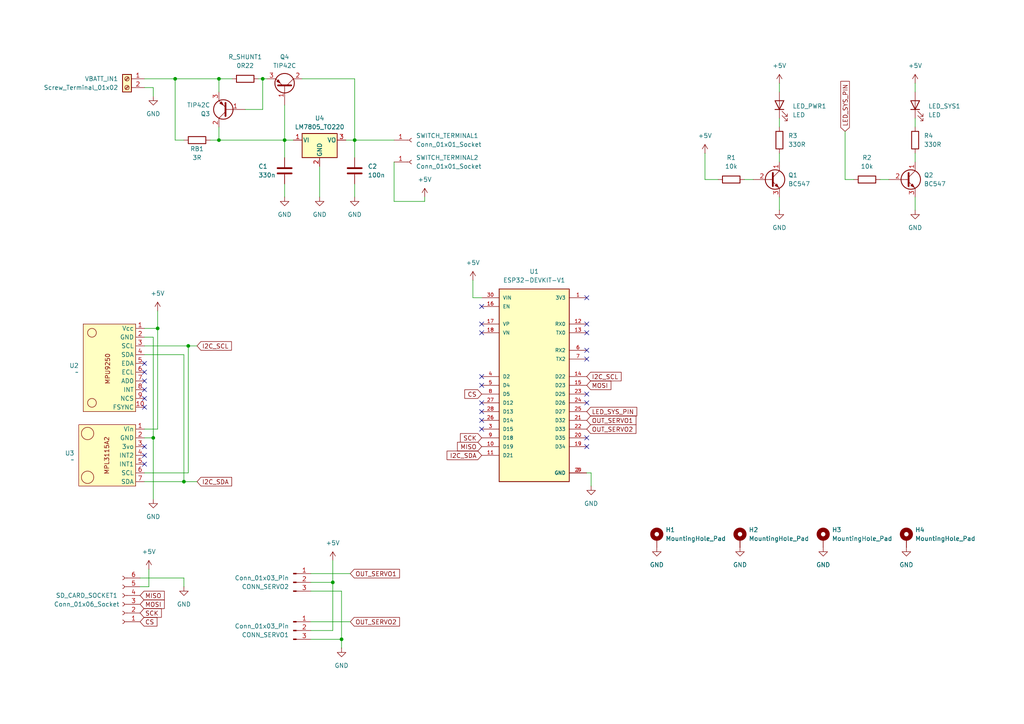
<source format=kicad_sch>
(kicad_sch (version 20231120) (generator "eeschema") (generator_version "8.0")
  (paper "A4")
  (title_block (title "Placa de controle do Harpia-II") (date "2024-09-01") (rev "v1") (company "Asa Branca Aerospace"))
  (lib_symbols
    (symbol "Connector:Conn_01x01_Socket" (pin_names (offset 1.016) hide)
      (property "Reference" "J" (at 0 2.54 0))
      (property "Value" "Conn_01x01_Socket" (at 0 -2.54 0))
      (symbol "Conn_01x01_Socket_1_1"
        (polyline (pts (xy -1.27 0) (xy -0.508 0)) (stroke (width 0.1524)))
        (arc (start 0 0.508) (mid -0.5058 0) (end 0 -0.508) (stroke (width 0.1524)))
        (pin passive line (at -5.08 0 0) (length 3.81) (name "Pin_1") (number "1"))
      )
    )
    (symbol "Connector:Conn_01x03_Pin" (pin_names (offset 1.016) hide)
      (property "Reference" "J" (at 0 5.08 0))
      (property "Value" "Conn_01x03_Pin" (at 0 -5.08 0))
      (symbol "Conn_01x03_Pin_1_1"
        (polyline (pts (xy 1.27 -2.54) (xy 0.8636 -2.54)) (stroke (width 0.1524)))
        (polyline (pts (xy 1.27 0) (xy 0.8636 0)) (stroke (width 0.1524)))
        (polyline (pts (xy 1.27 2.54) (xy 0.8636 2.54)) (stroke (width 0.1524)))
        (rectangle (start 0.8636 -2.413) (end 0 -2.667) (stroke (width 0.1524)) (fill (type outline)))
        (rectangle (start 0.8636 0.127) (end 0 -0.127) (stroke (width 0.1524)) (fill (type outline)))
        (rectangle (start 0.8636 2.667) (end 0 2.413) (stroke (width 0.1524)) (fill (type outline)))
        (pin passive line (at 5.08 2.54 180) (length 3.81) (name "Pin_1") (number "1"))
        (pin passive line (at 5.08 0 180) (length 3.81) (name "Pin_2") (number "2"))
        (pin passive line (at 5.08 -2.54 180) (length 3.81) (name "Pin_3") (number "3"))
      )
    )
    (symbol "Connector:Conn_01x06_Socket" (pin_names (offset 1.016) hide)
      (property "Reference" "J" (at 0 7.62 0))
      (property "Value" "Conn_01x06_Socket" (at 0 -10.16 0))
      (symbol "Conn_01x06_Socket_1_1"
        (arc (start 0 -7.112) (mid -0.5058 -7.62) (end 0 -8.128) (stroke (width 0.1524)))
        (arc (start 0 -4.572) (mid -0.5058 -5.08) (end 0 -5.588) (stroke (width 0.1524)))
        (arc (start 0 -2.032) (mid -0.5058 -2.54) (end 0 -3.048) (stroke (width 0.1524)))
        (polyline (pts (xy -1.27 -7.62) (xy -0.508 -7.62)) (stroke (width 0.1524)))
        (polyline (pts (xy -1.27 -5.08) (xy -0.508 -5.08)) (stroke (width 0.1524)))
        (polyline (pts (xy -1.27 -2.54) (xy -0.508 -2.54)) (stroke (width 0.1524)))
        (polyline (pts (xy -1.27 0) (xy -0.508 0)) (stroke (width 0.1524)))
        (polyline (pts (xy -1.27 2.54) (xy -0.508 2.54)) (stroke (width 0.1524)))
        (polyline (pts (xy -1.27 5.08) (xy -0.508 5.08)) (stroke (width 0.1524)))
        (arc (start 0 0.508) (mid -0.5058 0) (end 0 -0.508) (stroke (width 0.1524)))
        (arc (start 0 3.048) (mid -0.5058 2.54) (end 0 2.032) (stroke (width 0.1524)))
        (arc (start 0 5.588) (mid -0.5058 5.08) (end 0 4.572) (stroke (width 0.1524)))
        (pin passive line (at -5.08 5.08 0) (length 3.81) (name "Pin_1") (number "1"))
        (pin passive line (at -5.08 2.54 0) (length 3.81) (name "Pin_2") (number "2"))
        (pin passive line (at -5.08 0 0) (length 3.81) (name "Pin_3") (number "3"))
        (pin passive line (at -5.08 -2.54 0) (length 3.81) (name "Pin_4") (number "4"))
        (pin passive line (at -5.08 -5.08 0) (length 3.81) (name "Pin_5") (number "5"))
        (pin passive line (at -5.08 -7.62 0) (length 3.81) (name "Pin_6") (number "6"))
      )
    )
    (symbol "Connector:Screw_Terminal_01x02" (pin_names (offset 1.016) hide)
      (property "Reference" "J" (at 0 2.54 0))
      (property "Value" "Screw_Terminal_01x02" (at 0 -5.08 0))
      (symbol "Screw_Terminal_01x02_1_1"
        (rectangle (start -1.27 1.27) (end 1.27 -3.81) (stroke (width 0.254)) (fill (type background)))
        (circle (center 0 -2.54) (radius 0.635) (stroke (width 0.1524)))
        (polyline (pts (xy -0.5334 -2.2098) (xy 0.3302 -3.048)) (stroke (width 0.1524)))
        (polyline (pts (xy -0.5334 0.3302) (xy 0.3302 -0.508)) (stroke (width 0.1524)))
        (polyline (pts (xy -0.3556 -2.032) (xy 0.508 -2.8702)) (stroke (width 0.1524)))
        (polyline (pts (xy -0.3556 0.508) (xy 0.508 -0.3302)) (stroke (width 0.1524)))
        (circle (center 0 0) (radius 0.635) (stroke (width 0.1524)))
        (pin passive line (at -5.08 0 0) (length 3.81) (name "Pin_1") (number "1"))
        (pin passive line (at -5.08 -2.54 0) (length 3.81) (name "Pin_2") (number "2"))
      )
    )
    (symbol "Device:C" (pin_numbers hide) (pin_names (offset 0.254))
      (property "Reference" "C" (at 0.635 2.54 0))
      (property "Value" "C" (at 0.635 -2.54 0))
      (symbol "C_0_1"
        (polyline (pts (xy -2.032 -0.762) (xy 2.032 -0.762)) (stroke (width 0.508)))
        (polyline (pts (xy -2.032 0.762) (xy 2.032 0.762)) (stroke (width 0.508)))
      )
      (symbol "C_1_1"
        (pin passive line (at 0 3.81 270) (length 2.794) (name "~") (number "1"))
        (pin passive line (at 0 -3.81 90) (length 2.794) (name "~") (number "2"))
      )
    )
    (symbol "Device:LED" (pin_numbers hide) (pin_names (offset 1.016) hide)
      (property "Reference" "D" (at 0 2.54 0))
      (property "Value" "LED" (at 0 -2.54 0))
      (symbol "LED_0_1"
        (polyline (pts (xy -1.27 -1.27) (xy -1.27 1.27)) (stroke (width 0.254)))
        (polyline (pts (xy -1.27 0) (xy 1.27 0)))
        (polyline (pts (xy 1.27 -1.27) (xy 1.27 1.27) (xy -1.27 0) (xy 1.27 -1.27)) (stroke (width 0.254)))
        (polyline (pts (xy -3.048 -0.762) (xy -4.572 -2.286) (xy -3.81 -2.286) (xy -4.572 -2.286) (xy -4.572 -1.524)))
        (polyline (pts (xy -1.778 -0.762) (xy -3.302 -2.286) (xy -2.54 -2.286) (xy -3.302 -2.286) (xy -3.302 -1.524)))
      )
      (symbol "LED_1_1"
        (pin passive line (at -3.81 0 0) (length 2.54) (name "K") (number "1"))
        (pin passive line (at 3.81 0 180) (length 2.54) (name "A") (number "2"))
      )
    )
    (symbol "Device:R" (pin_numbers hide) (pin_names (offset 0))
      (property "Reference" "R" (at 2.032 0 90))
      (property "Value" "R" (at 0 0 90))
      (symbol "R_0_1"
        (rectangle (start -1.016 -2.54) (end 1.016 2.54) (stroke (width 0.254)))
      )
      (symbol "R_1_1"
        (pin passive line (at 0 3.81 270) (length 1.27) (name "~") (number "1"))
        (pin passive line (at 0 -3.81 90) (length 1.27) (name "~") (number "2"))
      )
    )
    (symbol "ESP32-DEVKIT-V1:ESP32-DEVKIT-V1" (pin_names (offset 1.016))
      (property "Reference" "U" (at -10.16 30.48 0))
      (property "Value" "ESP32-DEVKIT-V1" (at -10.16 -30.48 0))
      (symbol "ESP32-DEVKIT-V1_0_0"
        (rectangle (start -10.16 -27.94) (end 10.16 27.94) (stroke (width 0.254)) (fill (type background)))
        (pin output line (at 15.24 25.4 180) (length 5.08) (name "3V3") (number "1"))
        (pin bidirectional line (at -15.24 -17.78 0) (length 5.08) (name "D19") (number "10"))
        (pin bidirectional line (at -15.24 -20.32 0) (length 5.08) (name "D21") (number "11"))
        (pin input line (at 15.24 17.78 180) (length 5.08) (name "RX0") (number "12"))
        (pin output line (at 15.24 15.24 180) (length 5.08) (name "TX0") (number "13"))
        (pin bidirectional line (at 15.24 2.54 180) (length 5.08) (name "D22") (number "14"))
        (pin bidirectional line (at 15.24 0 180) (length 5.08) (name "D23") (number "15"))
        (pin input line (at -15.24 22.86 0) (length 5.08) (name "EN") (number "16"))
        (pin bidirectional line (at -15.24 17.78 0) (length 5.08) (name "VP") (number "17"))
        (pin bidirectional line (at -15.24 15.24 0) (length 5.08) (name "VN") (number "18"))
        (pin bidirectional line (at 15.24 -17.78 180) (length 5.08) (name "D34") (number "19"))
        (pin power_in line (at 15.24 -25.4 180) (length 5.08) (name "GND") (number "2"))
        (pin bidirectional line (at 15.24 -15.24 180) (length 5.08) (name "D35") (number "20"))
        (pin bidirectional line (at 15.24 -10.16 180) (length 5.08) (name "D32") (number "21"))
        (pin bidirectional line (at 15.24 -12.7 180) (length 5.08) (name "D33") (number "22"))
        (pin bidirectional line (at 15.24 -2.54 180) (length 5.08) (name "D25") (number "23"))
        (pin bidirectional line (at 15.24 -5.08 180) (length 5.08) (name "D26") (number "24"))
        (pin bidirectional line (at 15.24 -7.62 180) (length 5.08) (name "D27") (number "25"))
        (pin bidirectional line (at -15.24 -10.16 0) (length 5.08) (name "D14") (number "26"))
        (pin bidirectional line (at -15.24 -5.08 0) (length 5.08) (name "D12") (number "27"))
        (pin bidirectional line (at -15.24 -7.62 0) (length 5.08) (name "D13") (number "28"))
        (pin power_in line (at 15.24 -25.4 180) (length 5.08) (name "GND") (number "29"))
        (pin bidirectional line (at -15.24 -12.7 0) (length 5.08) (name "D15") (number "3"))
        (pin input line (at -15.24 25.4 0) (length 5.08) (name "VIN") (number "30"))
        (pin bidirectional line (at -15.24 2.54 0) (length 5.08) (name "D2") (number "4"))
        (pin bidirectional line (at -15.24 0 0) (length 5.08) (name "D4") (number "5"))
        (pin input line (at 15.24 10.16 180) (length 5.08) (name "RX2") (number "6"))
        (pin output line (at 15.24 7.62 180) (length 5.08) (name "TX2") (number "7"))
        (pin bidirectional line (at -15.24 -2.54 0) (length 5.08) (name "D5") (number "8"))
        (pin bidirectional line (at -15.24 -15.24 0) (length 5.08) (name "D18") (number "9"))
      )
    )
    (symbol "MPL3115A2:MPL3115A2"
      (property "Reference" "U" (at 0 -1.27 0))
      (symbol "MPL3115A2_0_1"
        (circle (center 12.7 -17.78) (radius 1.7961))
        (circle (center 12.7 -5.08) (radius 1.7961))
      )
      (symbol "MPL3115A2_1_1"
        (rectangle (start -1.27 -2.54) (end 15.24 -20.32) (fill (type background)))
        (text "MPL3115A2" (at 7.112 -11.43 900) (effects (font (size 1.27 1.27))))
        (pin power_in line (at -3.81 -3.81 0) (length 2.54) (name "Vin") (number "1"))
        (pin power_in line (at -3.81 -6.35 0) (length 2.54) (name "GND") (number "2"))
        (pin power_in line (at -3.81 -8.89 0) (length 2.54) (name "3vo") (number "3"))
        (pin input line (at -3.81 -11.43 0) (length 2.54) (name "INT2") (number "4"))
        (pin input line (at -3.81 -13.97 0) (length 2.54) (name "INT1") (number "5"))
        (pin bidirectional line (at -3.81 -16.51 0) (length 2.54) (name "SCL") (number "6"))
        (pin bidirectional line (at -3.81 -19.05 0) (length 2.54) (name "SDA") (number "7"))
      )
    )
    (symbol "MPU9250:MPU9250"
      (property "Reference" "U" (at 0 0 0))
      (symbol "MPU9250_0_1"
        (circle (center 11.43 -24.13) (radius 1.27))
        (circle (center 11.43 -3.81) (radius 1.27))
      )
      (symbol "MPU9250_1_1"
        (rectangle (start -1.27 -1.27) (end 13.97 -26.67) (fill (type background)))
        (text "MPU9250" (at 6.858 -14.224 900) (effects (font (size 1.27 1.27))))
        (pin power_in line (at -3.81 -2.54 0) (length 2.54) (name "Vcc") (number "1"))
        (pin input line (at -3.81 -25.4 0) (length 2.54) (name "FSYNC") (number "10"))
        (pin power_in line (at -3.81 -5.08 0) (length 2.54) (name "GND") (number "2"))
        (pin bidirectional line (at -3.81 -7.62 0) (length 2.54) (name "SCL") (number "3"))
        (pin bidirectional line (at -3.81 -10.16 0) (length 2.54) (name "SDA") (number "4"))
        (pin bidirectional line (at -3.81 -12.7 0) (length 2.54) (name "EDA") (number "5"))
        (pin bidirectional line (at -3.81 -15.24 0) (length 2.54) (name "ECL") (number "6"))
        (pin bidirectional line (at -3.81 -17.78 0) (length 2.54) (name "AD0") (number "7"))
        (pin input line (at -3.81 -20.32 0) (length 2.54) (name "INT") (number "8"))
        (pin input line (at -3.81 -22.86 0) (length 2.54) (name "NCS") (number "9"))
      )
    )
    (symbol "Mechanical:MountingHole_Pad" (pin_numbers hide) (pin_names (offset 1.016) hide) (exclude_from_sim yes) (in_bom no)
      (property "Reference" "H" (at 0 6.35 0))
      (property "Value" "MountingHole_Pad" (at 0 4.445 0))
      (symbol "MountingHole_Pad_0_1"
        (circle (center 0 1.27) (radius 1.27) (stroke (width 1.27)))
      )
      (symbol "MountingHole_Pad_1_1"
        (pin input line (at 0 -2.54 90) (length 2.54) (name "1") (number "1"))
      )
    )
    (symbol "Regulator_Linear:LM7805_TO220" (pin_names (offset 0.254))
      (property "Reference" "U" (at -3.81 3.175 0))
      (property "Value" "LM7805_TO220" (at 0 3.175 0))
      (symbol "LM7805_TO220_0_1"
        (rectangle (start -5.08 1.905) (end 5.08 -5.08) (stroke (width 0.254)) (fill (type background)))
      )
      (symbol "LM7805_TO220_1_1"
        (pin power_in line (at -7.62 0 0) (length 2.54) (name "VI") (number "1"))
        (pin power_in line (at 0 -7.62 90) (length 2.54) (name "GND") (number "2"))
        (pin power_out line (at 7.62 0 180) (length 2.54) (name "VO") (number "3"))
      )
    )
    (symbol "Transistor_BJT:BC547" (pin_names (offset 0) hide)
      (property "Reference" "Q" (at 5.08 1.905 0))
      (property "Value" "BC547" (at 5.08 0 0))
      (symbol "BC547_0_1"
        (polyline (pts (xy 0 0) (xy 0.635 0)))
        (polyline (pts (xy 0.635 0.635) (xy 2.54 2.54)))
        (polyline (pts (xy 0.635 -0.635) (xy 2.54 -2.54) (xy 2.54 -2.54)))
        (polyline (pts (xy 0.635 1.905) (xy 0.635 -1.905) (xy 0.635 -1.905)) (stroke (width 0.508)))
        (polyline (pts (xy 1.27 -1.778) (xy 1.778 -1.27) (xy 2.286 -2.286) (xy 1.27 -1.778) (xy 1.27 -1.778)) (fill (type outline)))
        (circle (center 1.27 0) (radius 2.8194) (stroke (width 0.254)))
      )
      (symbol "BC547_1_1"
        (pin passive line (at 2.54 5.08 270) (length 2.54) (name "C") (number "1"))
        (pin input line (at -5.08 0 0) (length 5.08) (name "B") (number "2"))
        (pin passive line (at 2.54 -5.08 90) (length 2.54) (name "E") (number "3"))
      )
    )
    (symbol "Transistor_BJT:TIP42C" (pin_names (offset 0) hide)
      (property "Reference" "Q" (at 6.35 1.905 0))
      (property "Value" "TIP42C" (at 6.35 0 0))
      (symbol "TIP42C_0_1"
        (polyline (pts (xy 0.635 0.635) (xy 2.54 2.54)))
        (polyline (pts (xy 0.635 -0.635) (xy 2.54 -2.54) (xy 2.54 -2.54)))
        (polyline (pts (xy 0.635 1.905) (xy 0.635 -1.905) (xy 0.635 -1.905)) (stroke (width 0.508)))
        (polyline (pts (xy 2.286 -1.778) (xy 1.778 -2.286) (xy 1.27 -1.27) (xy 2.286 -1.778) (xy 2.286 -1.778)) (fill (type outline)))
        (circle (center 1.27 0) (radius 2.8194) (stroke (width 0.254)))
      )
      (symbol "TIP42C_1_1"
        (pin input line (at -5.08 0 0) (length 5.715) (name "B") (number "1"))
        (pin passive line (at 2.54 5.08 270) (length 2.54) (name "C") (number "2"))
        (pin passive line (at 2.54 -5.08 90) (length 2.54) (name "E") (number "3"))
      )
    )
    (symbol "power:+5V" (power) (pin_numbers hide) (pin_names (offset 0) hide)
      (property "Value" "+5V" (at 0 3.556 0))
      (symbol "+5V_0_1"
        (polyline (pts (xy -0.762 1.27) (xy 0 2.54)))
        (polyline (pts (xy 0 0) (xy 0 2.54)))
        (polyline (pts (xy 0 2.54) (xy 0.762 1.27)))
      )
      (symbol "+5V_1_1"
        (pin power_in line (at 0 0 90) (length 0) (name "~") (number "1"))
      )
    )
    (symbol "power:GND" (power) (pin_numbers hide) (pin_names (offset 0) hide)
      (property "Value" "GND" (at 0 -3.81 0))
      (symbol "GND_0_1"
        (polyline (pts (xy 0 0) (xy 0 -1.27) (xy 1.27 -1.27) (xy 0 -2.54) (xy -1.27 -1.27) (xy 0 -1.27)))
      )
      (symbol "GND_1_1"
        (pin power_in line (at 0 0 270) (length 0) (name "~") (number "1"))
      )
    )
  )
  (junction (at 63.5 40.64))
  (junction (at 54.61 100.33))
  (junction (at 99.06 185.42))
  (junction (at 76.2 22.86))
  (junction (at 96.52 168.91))
  (junction (at 82.55 40.64))
  (junction (at 44.45 127))
  (junction (at 102.87 40.64))
  (junction (at 45.72 95.25))
  (junction (at 50.8 22.86))
  (junction (at 63.5 22.86))
  (junction (at 53.34 139.7))
  (no_connect (at 170.18 101.6))
  (no_connect (at 139.7 93.98))
  (no_connect (at 139.7 116.84))
  (no_connect (at 170.18 96.52))
  (no_connect (at 41.91 107.95))
  (no_connect (at 139.7 88.9))
  (no_connect (at 170.18 104.14))
  (no_connect (at 139.7 119.38))
  (no_connect (at 170.18 127))
  (no_connect (at 170.18 86.36))
  (no_connect (at 139.7 124.46))
  (no_connect (at 170.18 129.54))
  (no_connect (at 41.91 105.41))
  (no_connect (at 41.91 118.11))
  (no_connect (at 41.91 132.08))
  (no_connect (at 170.18 93.98))
  (no_connect (at 41.91 113.03))
  (no_connect (at 170.18 116.84))
  (no_connect (at 41.91 115.57))
  (no_connect (at 139.7 109.22))
  (no_connect (at 41.91 129.54))
  (no_connect (at 41.91 134.62))
  (no_connect (at 41.91 110.49))
  (no_connect (at 139.7 111.76))
  (no_connect (at 170.18 114.3))
  (no_connect (at 139.7 96.52))
  (no_connect (at 139.7 121.92))
  (wire (pts (xy 63.5 22.86) (xy 63.5 26.67)))
  (wire (pts (xy 137.16 86.36) (xy 137.16 81.28)))
  (wire (pts (xy 60.96 40.64) (xy 63.5 40.64)))
  (wire (pts (xy 41.91 102.87) (xy 53.34 102.87)))
  (wire (pts (xy 40.64 167.64) (xy 53.34 167.64)))
  (wire (pts (xy 100.33 40.64) (xy 102.87 40.64)))
  (wire (pts (xy 43.18 170.18) (xy 43.18 165.1)))
  (wire (pts (xy 87.63 22.86) (xy 102.87 22.86)))
  (wire (pts (xy 226.06 24.13) (xy 226.06 26.67)))
  (wire (pts (xy 102.87 53.34) (xy 102.87 57.15)))
  (wire (pts (xy 102.87 22.86) (xy 102.87 40.64)))
  (wire (pts (xy 41.91 97.79) (xy 44.45 97.79)))
  (wire (pts (xy 92.71 48.26) (xy 92.71 57.15)))
  (wire (pts (xy 99.06 171.45) (xy 99.06 185.42)))
  (wire (pts (xy 102.87 40.64) (xy 114.3 40.64)))
  (wire (pts (xy 71.12 31.75) (xy 76.2 31.75)))
  (wire (pts (xy 53.34 167.64) (xy 53.34 170.18)))
  (wire (pts (xy 44.45 97.79) (xy 44.45 127)))
  (wire (pts (xy 96.52 168.91) (xy 96.52 162.56)))
  (wire (pts (xy 245.11 52.07) (xy 245.11 38.1)))
  (wire (pts (xy 265.43 34.29) (xy 265.43 36.83)))
  (wire (pts (xy 82.55 40.64) (xy 82.55 45.72)))
  (wire (pts (xy 41.91 22.86) (xy 50.8 22.86)))
  (wire (pts (xy 139.7 86.36) (xy 137.16 86.36)))
  (wire (pts (xy 226.06 44.45) (xy 226.06 46.99)))
  (wire (pts (xy 76.2 31.75) (xy 76.2 22.86)))
  (wire (pts (xy 53.34 102.87) (xy 53.34 139.7)))
  (wire (pts (xy 63.5 22.86) (xy 67.31 22.86)))
  (wire (pts (xy 208.28 52.07) (xy 204.47 52.07)))
  (wire (pts (xy 74.93 22.86) (xy 76.2 22.86)))
  (wire (pts (xy 90.17 166.37) (xy 101.6 166.37)))
  (wire (pts (xy 41.91 100.33) (xy 54.61 100.33)))
  (wire (pts (xy 53.34 40.64) (xy 50.8 40.64)))
  (wire (pts (xy 90.17 168.91) (xy 96.52 168.91)))
  (wire (pts (xy 90.17 180.34) (xy 101.6 180.34)))
  (wire (pts (xy 215.9 52.07) (xy 218.44 52.07)))
  (wire (pts (xy 40.64 170.18) (xy 43.18 170.18)))
  (wire (pts (xy 265.43 57.15) (xy 265.43 60.96)))
  (wire (pts (xy 82.55 30.48) (xy 82.55 40.64)))
  (wire (pts (xy 114.3 46.99) (xy 114.3 58.42)))
  (wire (pts (xy 226.06 34.29) (xy 226.06 36.83)))
  (wire (pts (xy 41.91 127) (xy 44.45 127)))
  (wire (pts (xy 76.2 22.86) (xy 77.47 22.86)))
  (wire (pts (xy 53.34 139.7) (xy 57.15 139.7)))
  (wire (pts (xy 90.17 185.42) (xy 99.06 185.42)))
  (wire (pts (xy 102.87 40.64) (xy 102.87 45.72)))
  (wire (pts (xy 90.17 182.88) (xy 96.52 182.88)))
  (wire (pts (xy 226.06 57.15) (xy 226.06 60.96)))
  (wire (pts (xy 96.52 182.88) (xy 96.52 168.91)))
  (wire (pts (xy 114.3 58.42) (xy 123.19 58.42)))
  (wire (pts (xy 247.65 52.07) (xy 245.11 52.07)))
  (wire (pts (xy 44.45 127) (xy 44.45 144.78)))
  (wire (pts (xy 204.47 52.07) (xy 204.47 44.45)))
  (wire (pts (xy 82.55 40.64) (xy 85.09 40.64)))
  (wire (pts (xy 44.45 25.4) (xy 44.45 27.94)))
  (wire (pts (xy 54.61 100.33) (xy 57.15 100.33)))
  (wire (pts (xy 54.61 137.16) (xy 41.91 137.16)))
  (wire (pts (xy 265.43 24.13) (xy 265.43 26.67)))
  (wire (pts (xy 54.61 100.33) (xy 54.61 137.16)))
  (wire (pts (xy 123.19 58.42) (xy 123.19 57.15)))
  (wire (pts (xy 41.91 124.46) (xy 45.72 124.46)))
  (wire (pts (xy 82.55 40.64) (xy 63.5 40.64)))
  (wire (pts (xy 41.91 25.4) (xy 44.45 25.4)))
  (wire (pts (xy 255.27 52.07) (xy 257.81 52.07)))
  (wire (pts (xy 50.8 22.86) (xy 63.5 22.86)))
  (wire (pts (xy 170.18 137.16) (xy 171.45 137.16)))
  (wire (pts (xy 171.45 137.16) (xy 171.45 140.97)))
  (wire (pts (xy 63.5 40.64) (xy 63.5 36.83)))
  (wire (pts (xy 45.72 124.46) (xy 45.72 95.25)))
  (wire (pts (xy 45.72 95.25) (xy 45.72 90.17)))
  (wire (pts (xy 90.17 171.45) (xy 99.06 171.45)))
  (wire (pts (xy 99.06 185.42) (xy 99.06 187.96)))
  (wire (pts (xy 41.91 95.25) (xy 45.72 95.25)))
  (wire (pts (xy 265.43 44.45) (xy 265.43 46.99)))
  (wire (pts (xy 82.55 53.34) (xy 82.55 57.15)))
  (wire (pts (xy 50.8 40.64) (xy 50.8 22.86)))
  (wire (pts (xy 53.34 139.7) (xy 41.91 139.7)))
  (global_label "CS" (shape input) (at 40.64 180.34 0) (property "Intersheetrefs" "${INTERSHEET_REFS}" (effects (hide yes))))
  (global_label "OUT_SERVO1" (shape input) (at 101.6 166.37 0) (property "Intersheetrefs" "${INTERSHEET_REFS}" (effects (hide yes))))
  (global_label "CS" (shape input) (at 139.7 114.3 180) (property "Intersheetrefs" "${INTERSHEET_REFS}" (effects (hide yes))))
  (global_label "I2C_SDA" (shape input) (at 139.7 132.08 180) (property "Intersheetrefs" "${INTERSHEET_REFS}" (effects (hide yes))))
  (global_label "OUT_SERVO1" (shape input) (at 170.18 121.92 0) (property "Intersheetrefs" "${INTERSHEET_REFS}" (effects (hide yes))))
  (global_label "SCK" (shape input) (at 139.7 127 180) (property "Intersheetrefs" "${INTERSHEET_REFS}" (effects (hide yes))))
  (global_label "I2C_SCL" (shape input) (at 170.18 109.22 0) (property "Intersheetrefs" "${INTERSHEET_REFS}" (effects (hide yes))))
  (global_label "OUT_SERVO2" (shape input) (at 101.6 180.34 0) (property "Intersheetrefs" "${INTERSHEET_REFS}" (effects (hide yes))))
  (global_label "MISO" (shape input) (at 40.64 172.72 0) (property "Intersheetrefs" "${INTERSHEET_REFS}" (effects (hide yes))))
  (global_label "MISO" (shape input) (at 139.7 129.54 180) (property "Intersheetrefs" "${INTERSHEET_REFS}" (effects (hide yes))))
  (global_label "I2C_SDA" (shape input) (at 57.15 139.7 0) (property "Intersheetrefs" "${INTERSHEET_REFS}" (effects (hide yes))))
  (global_label "MOSI" (shape input) (at 170.18 111.76 0) (property "Intersheetrefs" "${INTERSHEET_REFS}" (effects (hide yes))))
  (global_label "SCK" (shape input) (at 40.64 177.8 0) (property "Intersheetrefs" "${INTERSHEET_REFS}" (effects (hide yes))))
  (global_label "LED_SYS_PIN" (shape input) (at 245.11 38.1 90) (property "Intersheetrefs" "${INTERSHEET_REFS}" (effects (hide yes))))
  (global_label "I2C_SCL" (shape input) (at 57.15 100.33 0) (property "Intersheetrefs" "${INTERSHEET_REFS}" (effects (hide yes))))
  (global_label "MOSI" (shape input) (at 40.64 175.26 0) (property "Intersheetrefs" "${INTERSHEET_REFS}" (effects (hide yes))))
  (global_label "LED_SYS_PIN" (shape input) (at 170.18 119.38 0) (property "Intersheetrefs" "${INTERSHEET_REFS}" (effects (hide yes))))
  (global_label "OUT_SERVO2" (shape input) (at 170.18 124.46 0) (property "Intersheetrefs" "${INTERSHEET_REFS}" (effects (hide yes))))
  (symbol (lib_id "Connector:Conn_01x06_Socket") (at 35.56 175.26 180) (unit 1)
    (property "Reference" "SD_CARD_SOCKET1" (at 25.146 172.72 0))
    (property "Value" "Conn_01x06_Socket" (at 25.146 175.26 0))
    (property "Footprint" "Connector_PinSocket_2.54mm:PinSocket_1x06_P2.54mm_Vertical" (effects (hide yes)))
    (property "Description" "Generic connector, single row, 01x06, script generated" (effects (hide yes)))
  )
  (symbol (lib_id "Connector:Conn_01x03_Pin") (at 85.09 168.91 0) (unit 1)
    (property "Reference" "CONN_SERVO2" (at 83.82 170.1801 0) (effects (justify right)))
    (property "Value" "Conn_01x03_Pin" (at 83.82 167.6401 0) (effects (justify right)))
    (property "Footprint" "Connector_PinHeader_2.54mm:PinHeader_1x03_P2.54mm_Vertical" (effects (hide yes)))
    (property "Description" "Generic connector, single row, 01x03, script generated" (effects (hide yes)))
  )
  (symbol (lib_id "Device:C") (at 102.87 49.53 0) (unit 1)
    (property "Reference" "C2" (at 106.68 48.2599 0) (effects (justify left)))
    (property "Value" "100n" (at 106.68 50.7999 0) (effects (justify left)))
    (property "Footprint" "Capacitor_THT:C_Rect_L9.0mm_W3.8mm_P7.50mm_MKT" (effects (hide yes)))
    (property "Description" "Unpolarized capacitor" (effects (hide yes)))
  )
  (symbol (lib_id "power:GND") (at 265.43 60.96 0) (unit 1)
    (property "Reference" "#PWR07" (effects (hide yes)))
    (property "Value" "GND" (at 265.43 66.04 0))
    (property "Description" "Power symbol creates a global label with name \"GND\" , ground" (effects (hide yes)))
  )
  (symbol (lib_id "power:GND") (at 190.5 158.75 0) (unit 1)
    (property "Reference" "#PWR019" (effects (hide yes)))
    (property "Value" "GND" (at 190.5 163.83 0))
    (property "Description" "Power symbol creates a global label with name \"GND\" , ground" (effects (hide yes)))
  )
  (symbol (lib_id "power:+5V") (at 265.43 24.13 0) (unit 1)
    (property "Reference" "#PWR08" (effects (hide yes)))
    (property "Value" "+5V" (at 265.43 19.05 0))
    (property "Description" "Power symbol creates a global label with name \"+5V\"" (effects (hide yes)))
  )
  (symbol (lib_id "Transistor_BJT:TIP42C") (at 66.04 31.75 180) (unit 1)
    (property "Reference" "Q3" (at 60.96 33.0201 0) (effects (justify left)))
    (property "Value" "TIP42C" (at 60.96 30.4801 0) (effects (justify left)))
    (property "Footprint" "Package_TO_SOT_THT:TO-220-3_Horizontal_TabDown" (effects (hide yes)))
    (property "Datasheet" "https://www.centralsemi.com/get_document.php?cmp=1&mergetype=pd&mergepath=pd&pdf_id=TIP42.PDF" (effects (hide yes)))
    (property "Description" "-6A Ic, -100V Vce, Power PNP Transistor, TO-220" (effects (hide yes)))
  )
  (symbol (lib_id "power:GND") (at 171.45 140.97 0) (unit 1)
    (property "Reference" "#PWR016" (effects (hide yes)))
    (property "Value" "GND" (at 171.45 146.05 0))
    (property "Description" "Power symbol creates a global label with name \"GND\" , ground" (effects (hide yes)))
  )
  (symbol (lib_id "Mechanical:MountingHole_Pad") (at 214.63 156.21 0) (unit 1) (exclude_from_sim yes) (in_bom no)
    (property "Reference" "H2" (at 217.17 153.6699 0) (effects (justify left)))
    (property "Value" "MountingHole_Pad" (at 217.17 156.2099 0) (effects (justify left)))
    (property "Footprint" "MountingHole:MountingHole_3.2mm_M3_ISO7380_Pad" (effects (hide yes)))
    (property "Description" "Mounting Hole with connection" (effects (hide yes)))
  )
  (symbol (lib_id "power:+5V") (at 43.18 165.1 0) (unit 1)
    (property "Reference" "#PWR015" (effects (hide yes)))
    (property "Value" "+5V" (at 43.18 160.02 0))
    (property "Description" "Power symbol creates a global label with name \"+5V\"" (effects (hide yes)))
  )
  (symbol (lib_id "Device:R") (at 212.09 52.07 90) (unit 1)
    (property "Reference" "R1" (at 212.09 45.72 90))
    (property "Value" "10k" (at 212.09 48.26 90))
    (property "Footprint" "Resistor_THT:R_Axial_DIN0207_L6.3mm_D2.5mm_P15.24mm_Horizontal" (effects (hide yes)))
    (property "Description" "Resistor" (effects (hide yes)))
  )
  (symbol (lib_id "power:+5V") (at 96.52 162.56 0) (unit 1)
    (property "Reference" "#PWR017" (effects (hide yes)))
    (property "Value" "+5V" (at 96.52 157.48 0))
    (property "Description" "Power symbol creates a global label with name \"+5V\"" (effects (hide yes)))
  )
  (symbol (lib_id "Device:LED") (at 265.43 30.48 90) (unit 1)
    (property "Reference" "LED_SYS1" (at 269.24 30.7974 90) (effects (justify right)))
    (property "Value" "LED" (at 269.24 33.3374 90) (effects (justify right)))
    (property "Footprint" "LED_THT:LED_D3.0mm_Clear" (effects (hide yes)))
    (property "Description" "Light emitting diode" (effects (hide yes)))
  )
  (symbol (lib_id "power:+5V") (at 204.47 44.45 0) (unit 1)
    (property "Reference" "#PWR010" (effects (hide yes)))
    (property "Value" "+5V" (at 204.47 39.37 0))
    (property "Description" "Power symbol creates a global label with name \"+5V\"" (effects (hide yes)))
  )
  (symbol (lib_id "power:GND") (at 214.63 158.75 0) (unit 1)
    (property "Reference" "#PWR020" (effects (hide yes)))
    (property "Value" "GND" (at 214.63 163.83 0))
    (property "Description" "Power symbol creates a global label with name \"GND\" , ground" (effects (hide yes)))
  )
  (symbol (lib_id "power:+5V") (at 123.19 57.15 0) (unit 1)
    (property "Reference" "#PWR05" (effects (hide yes)))
    (property "Value" "+5V" (at 123.19 52.07 0))
    (property "Description" "Power symbol creates a global label with name \"+5V\"" (effects (hide yes)))
  )
  (symbol (lib_id "Connector:Screw_Terminal_01x02") (at 36.83 22.86 0) (mirror y) (unit 1)
    (property "Reference" "VBATT_IN1" (at 34.29 22.8599 0) (effects (justify left)))
    (property "Value" "Screw_Terminal_01x02" (at 34.29 25.3999 0) (effects (justify left)))
    (property "Footprint" "TerminalBlock_Phoenix:TerminalBlock_Phoenix_MKDS-1,5-2-5.08_1x02_P5.08mm_Horizontal" (effects (hide yes)))
    (property "Description" "Generic screw terminal, single row, 01x02, script generated (kicad-library-utils/schlib/autogen/connector/)" (effects (hide yes)))
  )
  (symbol (lib_id "Device:R") (at 57.15 40.64 90) (unit 1)
    (property "Reference" "RB1" (at 57.15 43.18 90))
    (property "Value" "3R" (at 57.15 45.72 90))
    (property "Footprint" "Resistor_THT:R_Axial_DIN0614_L14.3mm_D5.7mm_P20.32mm_Horizontal" (effects (hide yes)))
    (property "Description" "Resistor" (effects (hide yes)))
  )
  (symbol (lib_id "power:GND") (at 262.89 158.75 0) (unit 1)
    (property "Reference" "#PWR022" (effects (hide yes)))
    (property "Value" "GND" (at 262.89 163.83 0))
    (property "Description" "Power symbol creates a global label with name \"GND\" , ground" (effects (hide yes)))
  )
  (symbol (lib_id "Connector:Conn_01x01_Socket") (at 119.38 40.64 0) (unit 1)
    (property "Reference" "SWITCH_TERMINAL1" (at 120.65 39.3699 0) (effects (justify left)))
    (property "Value" "Conn_01x01_Socket" (at 120.65 41.9099 0) (effects (justify left)))
    (property "Footprint" "Connector_PinSocket_2.54mm:PinSocket_1x01_P2.54mm_Vertical" (effects (hide yes)))
    (property "Description" "Generic connector, single row, 01x01, script generated" (effects (hide yes)))
  )
  (symbol (lib_id "Transistor_BJT:BC547") (at 223.52 52.07 0) (unit 1)
    (property "Reference" "Q1" (at 228.6 50.7999 0) (effects (justify left)))
    (property "Value" "BC547" (at 228.6 53.3399 0) (effects (justify left)))
    (property "Footprint" "Package_TO_SOT_THT:TO-92_HandSolder" (effects (hide yes)))
    (property "Datasheet" "https://www.onsemi.com/pub/Collateral/BC550-D.pdf" (effects (hide yes)))
    (property "Description" "0.1A Ic, 45V Vce, Small Signal NPN Transistor, TO-92" (effects (hide yes)))
  )
  (symbol (lib_id "Device:R") (at 251.46 52.07 90) (unit 1)
    (property "Reference" "R2" (at 251.46 45.72 90))
    (property "Value" "10k" (at 251.46 48.26 90))
    (property "Footprint" "Resistor_THT:R_Axial_DIN0207_L6.3mm_D2.5mm_P15.24mm_Horizontal" (effects (hide yes)))
    (property "Description" "Resistor" (effects (hide yes)))
  )
  (symbol (lib_id "power:+5V") (at 137.16 81.28 0) (unit 1)
    (property "Reference" "#PWR013" (effects (hide yes)))
    (property "Value" "+5V" (at 137.16 76.2 0))
    (property "Description" "Power symbol creates a global label with name \"+5V\"" (effects (hide yes)))
  )
  (symbol (lib_id "power:+5V") (at 226.06 24.13 0) (unit 1)
    (property "Reference" "#PWR09" (effects (hide yes)))
    (property "Value" "+5V" (at 226.06 19.05 0))
    (property "Description" "Power symbol creates a global label with name \"+5V\"" (effects (hide yes)))
  )
  (symbol (lib_id "Device:C") (at 82.55 49.53 0) (unit 1)
    (property "Reference" "C1" (at 74.93 48.26 0) (effects (justify left)))
    (property "Value" "330n" (at 74.93 50.8 0) (effects (justify left)))
    (property "Footprint" "Capacitor_THT:C_Rect_L9.0mm_W3.8mm_P7.50mm_MKT" (effects (hide yes)))
    (property "Description" "Unpolarized capacitor" (effects (hide yes)))
  )
  (symbol (lib_id "power:GND") (at 238.76 158.75 0) (unit 1)
    (property "Reference" "#PWR021" (effects (hide yes)))
    (property "Value" "GND" (at 238.76 163.83 0))
    (property "Description" "Power symbol creates a global label with name \"GND\" , ground" (effects (hide yes)))
  )
  (symbol (lib_id "power:GND") (at 99.06 187.96 0) (unit 1)
    (property "Reference" "#PWR018" (effects (hide yes)))
    (property "Value" "GND" (at 99.06 193.04 0))
    (property "Description" "Power symbol creates a global label with name \"GND\" , ground" (effects (hide yes)))
  )
  (symbol (lib_id "power:GND") (at 44.45 27.94 0) (unit 1)
    (property "Reference" "#PWR01" (effects (hide yes)))
    (property "Value" "GND" (at 44.45 33.02 0))
    (property "Description" "Power symbol creates a global label with name \"GND\" , ground" (effects (hide yes)))
  )
  (symbol (lib_id "power:GND") (at 102.87 57.15 0) (unit 1)
    (property "Reference" "#PWR04" (effects (hide yes)))
    (property "Value" "GND" (at 102.87 62.23 0))
    (property "Description" "Power symbol creates a global label with name \"GND\" , ground" (effects (hide yes)))
  )
  (symbol (lib_id "power:GND") (at 82.55 57.15 0) (unit 1)
    (property "Reference" "#PWR02" (effects (hide yes)))
    (property "Value" "GND" (at 82.55 62.23 0))
    (property "Description" "Power symbol creates a global label with name \"GND\" , ground" (effects (hide yes)))
  )
  (symbol (lib_id "Mechanical:MountingHole_Pad") (at 238.76 156.21 0) (unit 1) (exclude_from_sim yes) (in_bom no)
    (property "Reference" "H3" (at 241.3 153.6699 0) (effects (justify left)))
    (property "Value" "MountingHole_Pad" (at 241.3 156.2099 0) (effects (justify left)))
    (property "Footprint" "MountingHole:MountingHole_3.2mm_M3_ISO7380_Pad" (effects (hide yes)))
    (property "Description" "Mounting Hole with connection" (effects (hide yes)))
  )
  (symbol (lib_id "power:GND") (at 92.71 57.15 0) (unit 1)
    (property "Reference" "#PWR03" (effects (hide yes)))
    (property "Value" "GND" (at 92.71 62.23 0))
    (property "Description" "Power symbol creates a global label with name \"GND\" , ground" (effects (hide yes)))
  )
  (symbol (lib_id "ESP32-DEVKIT-V1:ESP32-DEVKIT-V1") (at 154.94 111.76 0) (unit 1)
    (property "Reference" "U1" (at 154.94 78.74 0))
    (property "Value" "ESP32-DEVKIT-V1" (at 154.94 81.28 0))
    (property "Footprint" "MODULE_ESP32_DEVKIT_V1:MODULE_ESP32_DEVKIT_V1" (effects (hide yes)))
    (property "MF" "Do it" (effects (hide yes)))
    (property "MAXIMUM_PACKAGE_HEIGHT" "6.8 mm" (effects (hide yes)))
    (property "Package" "None" (effects (hide yes)))
    (property "Price" "None" (effects (hide yes)))
    (property "Check_prices" "https://www.snapeda.com/parts/ESP32-DEVKIT-V1/Do+it/view-part/?ref=eda" (effects (hide yes)))
    (property "STANDARD" "Manufacturer Recommendations" (effects (hide yes)))
    (property "PARTREV" "N/A" (effects (hide yes)))
    (property "SnapEDA_Link" "https://www.snapeda.com/parts/ESP32-DEVKIT-V1/Do+it/view-part/?ref=snap" (effects (hide yes)))
    (property "MP" "ESP32-DEVKIT-V1" (effects (hide yes)))
    (property "Description_1" "\nDual core, Wi-Fi: 2.4 GHz up to 150 Mbits/s,BLE (Bluetooth Low Energy) and legacy Bluetooth, 32 bits, Up to 240 MHz\n" (effects (hide yes)))
    (property "Availability" "Not in stock" (effects (hide yes)))
    (property "MANUFACTURER" "DOIT" (effects (hide yes)))
  )
  (symbol (lib_id "Mechanical:MountingHole_Pad") (at 190.5 156.21 0) (unit 1) (exclude_from_sim yes) (in_bom no)
    (property "Reference" "H1" (at 193.04 153.6699 0) (effects (justify left)))
    (property "Value" "MountingHole_Pad" (at 193.04 156.2099 0) (effects (justify left)))
    (property "Footprint" "MountingHole:MountingHole_3.2mm_M3_ISO7380_Pad" (effects (hide yes)))
    (property "Description" "Mounting Hole with connection" (effects (hide yes)))
  )
  (symbol (lib_id "power:GND") (at 44.45 144.78 0) (unit 1)
    (property "Reference" "#PWR012" (effects (hide yes)))
    (property "Value" "GND" (at 44.45 149.86 0))
    (property "Description" "Power symbol creates a global label with name \"GND\" , ground" (effects (hide yes)))
  )
  (symbol (lib_id "Connector:Conn_01x03_Pin") (at 85.09 182.88 0) (unit 1)
    (property "Reference" "CONN_SERVO1" (at 83.82 184.1501 0) (effects (justify right)))
    (property "Value" "Conn_01x03_Pin" (at 83.82 181.6101 0) (effects (justify right)))
    (property "Footprint" "Connector_PinHeader_2.54mm:PinHeader_1x03_P2.54mm_Vertical" (effects (hide yes)))
    (property "Description" "Generic connector, single row, 01x03, script generated" (effects (hide yes)))
  )
  (symbol (lib_id "power:GND") (at 53.34 170.18 0) (unit 1)
    (property "Reference" "#PWR014" (effects (hide yes)))
    (property "Value" "GND" (at 53.34 175.26 0))
    (property "Description" "Power symbol creates a global label with name \"GND\" , ground" (effects (hide yes)))
  )
  (symbol (lib_id "Device:R") (at 71.12 22.86 90) (unit 1)
    (property "Reference" "R_SHUNT1" (at 71.12 16.51 90))
    (property "Value" "0R22" (at 71.12 19.05 90))
    (property "Footprint" "Resistor_THT:R_Axial_DIN0614_L14.3mm_D5.7mm_P20.32mm_Horizontal" (effects (hide yes)))
    (property "Description" "Resistor" (effects (hide yes)))
  )
  (symbol (lib_id "Connector:Conn_01x01_Socket") (at 119.38 46.99 0) (unit 1)
    (property "Reference" "SWITCH_TERMINAL2" (at 120.65 45.7199 0) (effects (justify left)))
    (property "Value" "Conn_01x01_Socket" (at 120.65 48.2599 0) (effects (justify left)))
    (property "Footprint" "Connector_PinSocket_2.54mm:PinSocket_1x01_P2.54mm_Vertical" (effects (hide yes)))
    (property "Description" "Generic connector, single row, 01x01, script generated" (effects (hide yes)))
  )
  (symbol (lib_id "Mechanical:MountingHole_Pad") (at 262.89 156.21 0) (unit 1) (exclude_from_sim yes) (in_bom no)
    (property "Reference" "H4" (at 265.43 153.6699 0) (effects (justify left)))
    (property "Value" "MountingHole_Pad" (at 265.43 156.2099 0) (effects (justify left)))
    (property "Footprint" "MountingHole:MountingHole_3.2mm_M3_ISO7380_Pad" (effects (hide yes)))
    (property "Description" "Mounting Hole with connection" (effects (hide yes)))
  )
  (symbol (lib_id "Regulator_Linear:LM7805_TO220") (at 92.71 40.64 0) (unit 1)
    (property "Reference" "U4" (at 92.71 34.29 0))
    (property "Value" "LM7805_TO220" (at 92.71 36.83 0))
    (property "Footprint" "Package_TO_SOT_THT:TO-220-3_Horizontal_TabDown" (effects (hide yes)))
    (property "Datasheet" "https://www.onsemi.cn/PowerSolutions/document/MC7800-D.PDF" (effects (hide yes)))
    (property "Description" "Positive 1A 35V Linear Regulator, Fixed Output 5V, TO-220" (effects (hide yes)))
  )
  (symbol (lib_id "Device:LED") (at 226.06 30.48 90) (unit 1)
    (property "Reference" "LED_PWR1" (at 229.87 30.7974 90) (effects (justify right)))
    (property "Value" "LED" (at 229.87 33.3374 90) (effects (justify right)))
    (property "Footprint" "LED_THT:LED_D3.0mm_Clear" (effects (hide yes)))
    (property "Description" "Light emitting diode" (effects (hide yes)))
  )
  (symbol (lib_id "MPU9250:MPU9250") (at 38.1 92.71 0) (mirror y) (unit 1)
    (property "Reference" "U2" (at 22.86 106.0449 0) (effects (justify left)))
    (property "Value" "~" (at 22.86 107.95 0) (effects (justify left)))
    (property "Footprint" "MPU9250:MPU9250" (effects (hide yes)))
  )
  (symbol (lib_id "power:+5V") (at 45.72 90.17 0) (unit 1)
    (property "Reference" "#PWR011" (effects (hide yes)))
    (property "Value" "+5V" (at 45.72 85.09 0))
    (property "Description" "Power symbol creates a global label with name \"+5V\"" (effects (hide yes)))
  )
  (symbol (lib_id "power:GND") (at 226.06 60.96 0) (unit 1)
    (property "Reference" "#PWR06" (effects (hide yes)))
    (property "Value" "GND" (at 226.06 66.04 0))
    (property "Description" "Power symbol creates a global label with name \"GND\" , ground" (effects (hide yes)))
  )
  (symbol (lib_id "Device:R") (at 226.06 40.64 0) (unit 1)
    (property "Reference" "R3" (at 228.6 39.3699 0) (effects (justify left)))
    (property "Value" "330R" (at 228.6 41.9099 0) (effects (justify left)))
    (property "Footprint" "Resistor_THT:R_Axial_DIN0207_L6.3mm_D2.5mm_P15.24mm_Horizontal" (effects (hide yes)))
    (property "Description" "Resistor" (effects (hide yes)))
  )
  (symbol (lib_id "Transistor_BJT:TIP42C") (at 82.55 25.4 270) (mirror x) (unit 1)
    (property "Reference" "Q4" (at 82.55 16.51 90))
    (property "Value" "TIP42C" (at 82.55 19.05 90))
    (property "Footprint" "Package_TO_SOT_THT:TO-220-3_Horizontal_TabDown" (effects (hide yes)))
    (property "Datasheet" "https://www.centralsemi.com/get_document.php?cmp=1&mergetype=pd&mergepath=pd&pdf_id=TIP42.PDF" (effects (hide yes)))
    (property "Description" "-6A Ic, -100V Vce, Power PNP Transistor, TO-220" (effects (hide yes)))
  )
  (symbol (lib_id "Transistor_BJT:BC547") (at 262.89 52.07 0) (unit 1)
    (property "Reference" "Q2" (at 267.97 50.7999 0) (effects (justify left)))
    (property "Value" "BC547" (at 267.97 53.3399 0) (effects (justify left)))
    (property "Footprint" "Package_TO_SOT_THT:TO-92_HandSolder" (effects (hide yes)))
    (property "Datasheet" "https://www.onsemi.com/pub/Collateral/BC550-D.pdf" (effects (hide yes)))
    (property "Description" "0.1A Ic, 45V Vce, Small Signal NPN Transistor, TO-92" (effects (hide yes)))
  )
  (symbol (lib_id "Device:R") (at 265.43 40.64 0) (unit 1)
    (property "Reference" "R4" (at 267.97 39.3699 0) (effects (justify left)))
    (property "Value" "330R" (at 267.97 41.9099 0) (effects (justify left)))
    (property "Footprint" "Resistor_THT:R_Axial_DIN0207_L6.3mm_D2.5mm_P15.24mm_Horizontal" (effects (hide yes)))
    (property "Description" "Resistor" (effects (hide yes)))
  )
  (symbol (lib_id "MPL3115A2:MPL3115A2") (at 38.1 120.65 0) (mirror y) (unit 1)
    (property "Reference" "U3" (at 21.59 131.4449 0) (effects (justify left)))
    (property "Value" "~" (at 21.59 133.35 0) (effects (justify left)))
    (property "Footprint" "MPL3115A2:MPL3115A2" (effects (hide yes)))
  )
)
</source>
